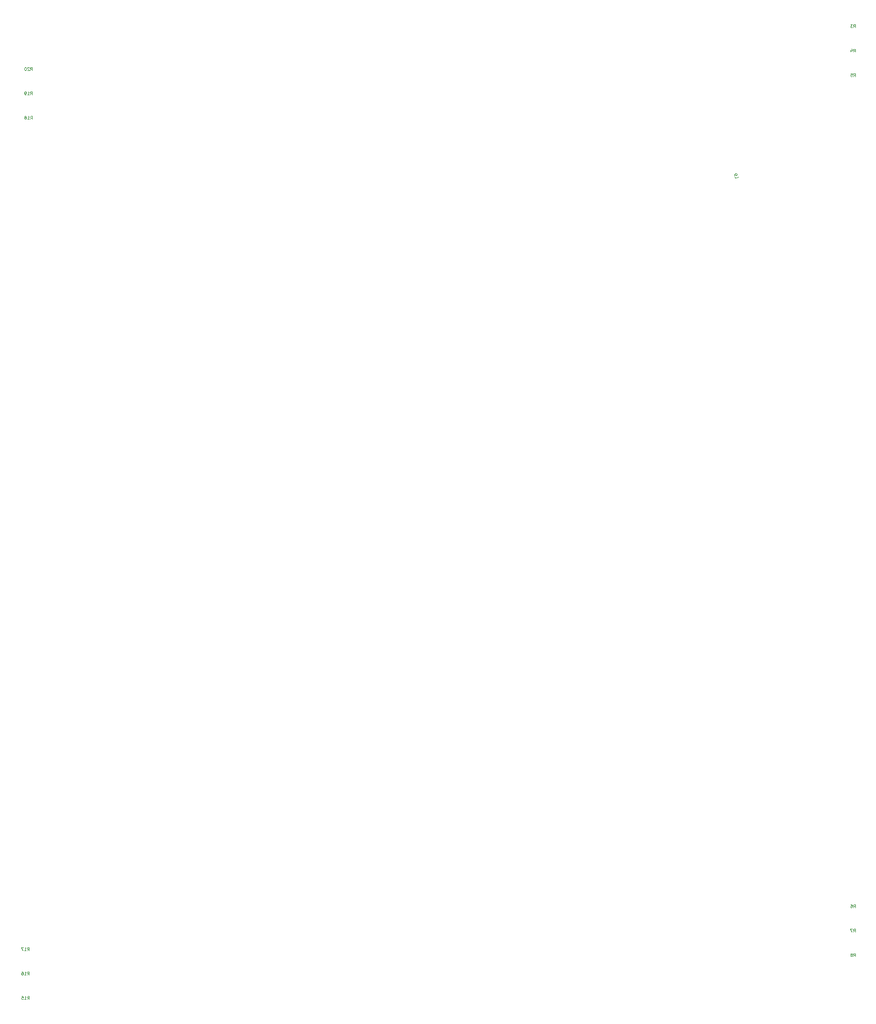
<source format=gbo>
G04 (created by PCBNEW (2013-07-07 BZR 4022)-stable) date 8/26/2014 20:30:28*
%MOIN*%
G04 Gerber Fmt 3.4, Leading zero omitted, Abs format*
%FSLAX34Y34*%
G01*
G70*
G90*
G04 APERTURE LIST*
%ADD10C,0.00590551*%
%ADD11C,0.0047*%
G04 APERTURE END LIST*
G54D10*
G54D11*
X108497Y-84528D02*
X108563Y-84434D01*
X108609Y-84528D02*
X108609Y-84331D01*
X108534Y-84331D01*
X108516Y-84340D01*
X108506Y-84350D01*
X108497Y-84369D01*
X108497Y-84397D01*
X108506Y-84415D01*
X108516Y-84425D01*
X108534Y-84434D01*
X108609Y-84434D01*
X108328Y-84331D02*
X108366Y-84331D01*
X108384Y-84340D01*
X108394Y-84350D01*
X108412Y-84378D01*
X108422Y-84415D01*
X108422Y-84491D01*
X108412Y-84509D01*
X108403Y-84519D01*
X108384Y-84528D01*
X108347Y-84528D01*
X108328Y-84519D01*
X108319Y-84509D01*
X108309Y-84491D01*
X108309Y-84444D01*
X108319Y-84425D01*
X108328Y-84415D01*
X108347Y-84406D01*
X108384Y-84406D01*
X108403Y-84415D01*
X108412Y-84425D01*
X108422Y-84444D01*
X108497Y-87678D02*
X108563Y-87584D01*
X108609Y-87678D02*
X108609Y-87481D01*
X108534Y-87481D01*
X108516Y-87490D01*
X108506Y-87499D01*
X108497Y-87518D01*
X108497Y-87546D01*
X108506Y-87565D01*
X108516Y-87574D01*
X108534Y-87584D01*
X108609Y-87584D01*
X108384Y-87565D02*
X108403Y-87556D01*
X108412Y-87546D01*
X108422Y-87528D01*
X108422Y-87518D01*
X108412Y-87499D01*
X108403Y-87490D01*
X108384Y-87481D01*
X108347Y-87481D01*
X108328Y-87490D01*
X108319Y-87499D01*
X108309Y-87518D01*
X108309Y-87528D01*
X108319Y-87546D01*
X108328Y-87556D01*
X108347Y-87565D01*
X108384Y-87565D01*
X108403Y-87574D01*
X108412Y-87584D01*
X108422Y-87603D01*
X108422Y-87640D01*
X108412Y-87659D01*
X108403Y-87668D01*
X108384Y-87678D01*
X108347Y-87678D01*
X108328Y-87668D01*
X108319Y-87659D01*
X108309Y-87640D01*
X108309Y-87603D01*
X108319Y-87584D01*
X108328Y-87574D01*
X108347Y-87565D01*
X108497Y-86103D02*
X108563Y-86009D01*
X108609Y-86103D02*
X108609Y-85906D01*
X108534Y-85906D01*
X108516Y-85915D01*
X108506Y-85925D01*
X108497Y-85943D01*
X108497Y-85972D01*
X108506Y-85990D01*
X108516Y-86000D01*
X108534Y-86009D01*
X108609Y-86009D01*
X108431Y-85906D02*
X108300Y-85906D01*
X108384Y-86103D01*
X55244Y-90434D02*
X55310Y-90340D01*
X55357Y-90434D02*
X55357Y-90237D01*
X55282Y-90237D01*
X55263Y-90246D01*
X55254Y-90255D01*
X55244Y-90274D01*
X55244Y-90302D01*
X55254Y-90321D01*
X55263Y-90330D01*
X55282Y-90340D01*
X55357Y-90340D01*
X55057Y-90434D02*
X55169Y-90434D01*
X55113Y-90434D02*
X55113Y-90237D01*
X55132Y-90265D01*
X55150Y-90283D01*
X55169Y-90293D01*
X54878Y-90237D02*
X54972Y-90237D01*
X54982Y-90330D01*
X54972Y-90321D01*
X54953Y-90312D01*
X54907Y-90312D01*
X54888Y-90321D01*
X54878Y-90330D01*
X54869Y-90349D01*
X54869Y-90396D01*
X54878Y-90415D01*
X54888Y-90424D01*
X54907Y-90434D01*
X54953Y-90434D01*
X54972Y-90424D01*
X54982Y-90415D01*
X108497Y-30985D02*
X108563Y-30891D01*
X108609Y-30985D02*
X108609Y-30788D01*
X108534Y-30788D01*
X108516Y-30797D01*
X108506Y-30807D01*
X108497Y-30825D01*
X108497Y-30853D01*
X108506Y-30872D01*
X108516Y-30882D01*
X108534Y-30891D01*
X108609Y-30891D01*
X108319Y-30788D02*
X108412Y-30788D01*
X108422Y-30882D01*
X108412Y-30872D01*
X108394Y-30863D01*
X108347Y-30863D01*
X108328Y-30872D01*
X108319Y-30882D01*
X108309Y-30900D01*
X108309Y-30947D01*
X108319Y-30966D01*
X108328Y-30975D01*
X108347Y-30985D01*
X108394Y-30985D01*
X108412Y-30975D01*
X108422Y-30966D01*
X108497Y-27835D02*
X108563Y-27741D01*
X108609Y-27835D02*
X108609Y-27638D01*
X108534Y-27638D01*
X108516Y-27648D01*
X108506Y-27657D01*
X108497Y-27676D01*
X108497Y-27704D01*
X108506Y-27723D01*
X108516Y-27732D01*
X108534Y-27741D01*
X108609Y-27741D01*
X108431Y-27638D02*
X108309Y-27638D01*
X108375Y-27713D01*
X108347Y-27713D01*
X108328Y-27723D01*
X108319Y-27732D01*
X108309Y-27751D01*
X108309Y-27798D01*
X108319Y-27816D01*
X108328Y-27826D01*
X108347Y-27835D01*
X108403Y-27835D01*
X108422Y-27826D01*
X108431Y-27816D01*
X55244Y-88859D02*
X55310Y-88765D01*
X55357Y-88859D02*
X55357Y-88662D01*
X55282Y-88662D01*
X55263Y-88671D01*
X55254Y-88681D01*
X55244Y-88699D01*
X55244Y-88727D01*
X55254Y-88746D01*
X55263Y-88756D01*
X55282Y-88765D01*
X55357Y-88765D01*
X55057Y-88859D02*
X55169Y-88859D01*
X55113Y-88859D02*
X55113Y-88662D01*
X55132Y-88690D01*
X55150Y-88709D01*
X55169Y-88718D01*
X54888Y-88662D02*
X54925Y-88662D01*
X54944Y-88671D01*
X54953Y-88681D01*
X54972Y-88709D01*
X54982Y-88746D01*
X54982Y-88821D01*
X54972Y-88840D01*
X54963Y-88849D01*
X54944Y-88859D01*
X54907Y-88859D01*
X54888Y-88849D01*
X54878Y-88840D01*
X54869Y-88821D01*
X54869Y-88774D01*
X54878Y-88756D01*
X54888Y-88746D01*
X54907Y-88737D01*
X54944Y-88737D01*
X54963Y-88746D01*
X54972Y-88756D01*
X54982Y-88774D01*
X55244Y-87284D02*
X55310Y-87190D01*
X55357Y-87284D02*
X55357Y-87087D01*
X55282Y-87087D01*
X55263Y-87096D01*
X55254Y-87106D01*
X55244Y-87124D01*
X55244Y-87153D01*
X55254Y-87171D01*
X55263Y-87181D01*
X55282Y-87190D01*
X55357Y-87190D01*
X55057Y-87284D02*
X55169Y-87284D01*
X55113Y-87284D02*
X55113Y-87087D01*
X55132Y-87115D01*
X55150Y-87134D01*
X55169Y-87143D01*
X54991Y-87087D02*
X54860Y-87087D01*
X54944Y-87284D01*
X55441Y-30591D02*
X55507Y-30497D01*
X55554Y-30591D02*
X55554Y-30394D01*
X55479Y-30394D01*
X55460Y-30403D01*
X55450Y-30413D01*
X55441Y-30432D01*
X55441Y-30460D01*
X55450Y-30478D01*
X55460Y-30488D01*
X55479Y-30497D01*
X55554Y-30497D01*
X55366Y-30413D02*
X55357Y-30403D01*
X55338Y-30394D01*
X55291Y-30394D01*
X55272Y-30403D01*
X55263Y-30413D01*
X55253Y-30432D01*
X55253Y-30450D01*
X55263Y-30478D01*
X55375Y-30591D01*
X55253Y-30591D01*
X55132Y-30394D02*
X55113Y-30394D01*
X55094Y-30403D01*
X55085Y-30413D01*
X55075Y-30432D01*
X55066Y-30469D01*
X55066Y-30516D01*
X55075Y-30554D01*
X55085Y-30572D01*
X55094Y-30582D01*
X55113Y-30591D01*
X55132Y-30591D01*
X55150Y-30582D01*
X55160Y-30572D01*
X55169Y-30554D01*
X55178Y-30516D01*
X55178Y-30469D01*
X55169Y-30432D01*
X55160Y-30413D01*
X55150Y-30403D01*
X55132Y-30394D01*
X55441Y-32166D02*
X55507Y-32072D01*
X55554Y-32166D02*
X55554Y-31969D01*
X55479Y-31969D01*
X55460Y-31978D01*
X55450Y-31988D01*
X55441Y-32006D01*
X55441Y-32035D01*
X55450Y-32053D01*
X55460Y-32063D01*
X55479Y-32072D01*
X55554Y-32072D01*
X55253Y-32166D02*
X55366Y-32166D01*
X55310Y-32166D02*
X55310Y-31969D01*
X55329Y-31997D01*
X55347Y-32016D01*
X55366Y-32025D01*
X55160Y-32166D02*
X55122Y-32166D01*
X55103Y-32156D01*
X55094Y-32147D01*
X55075Y-32119D01*
X55066Y-32081D01*
X55066Y-32006D01*
X55075Y-31988D01*
X55085Y-31978D01*
X55103Y-31969D01*
X55141Y-31969D01*
X55160Y-31978D01*
X55169Y-31988D01*
X55178Y-32006D01*
X55178Y-32053D01*
X55169Y-32072D01*
X55160Y-32081D01*
X55141Y-32091D01*
X55103Y-32091D01*
X55085Y-32081D01*
X55075Y-32072D01*
X55066Y-32053D01*
X55441Y-33741D02*
X55507Y-33647D01*
X55554Y-33741D02*
X55554Y-33544D01*
X55479Y-33544D01*
X55460Y-33553D01*
X55450Y-33562D01*
X55441Y-33581D01*
X55441Y-33609D01*
X55450Y-33628D01*
X55460Y-33637D01*
X55479Y-33647D01*
X55554Y-33647D01*
X55253Y-33741D02*
X55366Y-33741D01*
X55310Y-33741D02*
X55310Y-33544D01*
X55329Y-33572D01*
X55347Y-33591D01*
X55366Y-33600D01*
X55141Y-33628D02*
X55160Y-33619D01*
X55169Y-33609D01*
X55178Y-33591D01*
X55178Y-33581D01*
X55169Y-33562D01*
X55160Y-33553D01*
X55141Y-33544D01*
X55103Y-33544D01*
X55085Y-33553D01*
X55075Y-33562D01*
X55066Y-33581D01*
X55066Y-33591D01*
X55075Y-33609D01*
X55085Y-33619D01*
X55103Y-33628D01*
X55141Y-33628D01*
X55160Y-33637D01*
X55169Y-33647D01*
X55178Y-33666D01*
X55178Y-33703D01*
X55169Y-33722D01*
X55160Y-33731D01*
X55141Y-33741D01*
X55103Y-33741D01*
X55085Y-33731D01*
X55075Y-33722D01*
X55066Y-33703D01*
X55066Y-33666D01*
X55075Y-33647D01*
X55085Y-33637D01*
X55103Y-33628D01*
X108497Y-29410D02*
X108563Y-29316D01*
X108609Y-29410D02*
X108609Y-29213D01*
X108534Y-29213D01*
X108516Y-29222D01*
X108506Y-29232D01*
X108497Y-29250D01*
X108497Y-29279D01*
X108506Y-29297D01*
X108516Y-29307D01*
X108534Y-29316D01*
X108609Y-29316D01*
X108328Y-29279D02*
X108328Y-29410D01*
X108375Y-29204D02*
X108422Y-29344D01*
X108300Y-29344D01*
X100858Y-37456D02*
X100897Y-37541D01*
X101076Y-37458D01*
X100826Y-37388D02*
X100810Y-37354D01*
X100811Y-37333D01*
X100815Y-37321D01*
X100833Y-37292D01*
X100863Y-37268D01*
X100931Y-37236D01*
X100952Y-37236D01*
X100964Y-37241D01*
X100981Y-37254D01*
X100997Y-37288D01*
X100996Y-37309D01*
X100991Y-37321D01*
X100978Y-37338D01*
X100936Y-37358D01*
X100915Y-37357D01*
X100902Y-37353D01*
X100886Y-37340D01*
X100870Y-37306D01*
X100871Y-37285D01*
X100875Y-37272D01*
X100888Y-37256D01*
M02*

</source>
